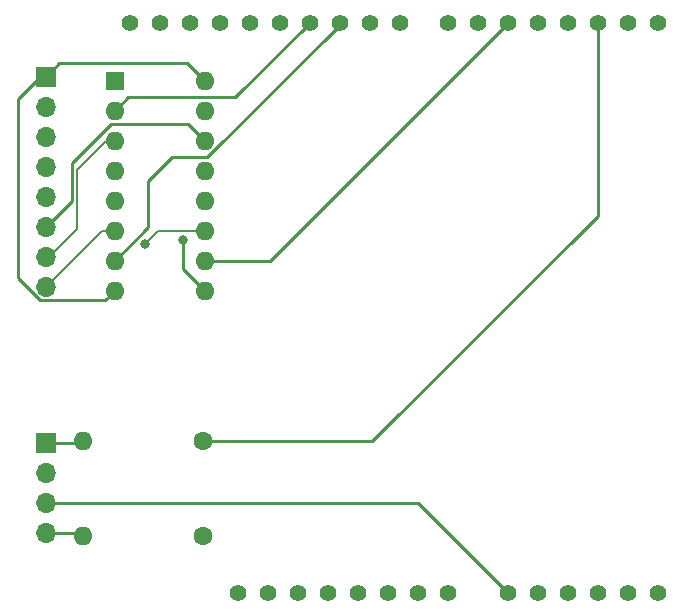
<source format=gbr>
%TF.GenerationSoftware,KiCad,Pcbnew,8.0.4*%
%TF.CreationDate,2024-11-21T12:13:07-05:00*%
%TF.ProjectId,ArduinoUnoR4Shield,41726475-696e-46f5-956e-6f5234536869,1.0*%
%TF.SameCoordinates,Original*%
%TF.FileFunction,Copper,L1,Top*%
%TF.FilePolarity,Positive*%
%FSLAX46Y46*%
G04 Gerber Fmt 4.6, Leading zero omitted, Abs format (unit mm)*
G04 Created by KiCad (PCBNEW 8.0.4) date 2024-11-21 12:13:07*
%MOMM*%
%LPD*%
G01*
G04 APERTURE LIST*
%TA.AperFunction,ComponentPad*%
%ADD10R,1.600000X1.600000*%
%TD*%
%TA.AperFunction,ComponentPad*%
%ADD11O,1.600000X1.600000*%
%TD*%
%TA.AperFunction,ComponentPad*%
%ADD12R,1.700000X1.700000*%
%TD*%
%TA.AperFunction,ComponentPad*%
%ADD13O,1.700000X1.700000*%
%TD*%
%TA.AperFunction,ComponentPad*%
%ADD14C,1.600000*%
%TD*%
%TA.AperFunction,ComponentPad*%
%ADD15C,1.422000*%
%TD*%
%TA.AperFunction,ViaPad*%
%ADD16C,0.800000*%
%TD*%
%TA.AperFunction,Conductor*%
%ADD17C,0.250000*%
%TD*%
%TA.AperFunction,Conductor*%
%ADD18C,0.200000*%
%TD*%
G04 APERTURE END LIST*
D10*
%TO.P,H-Bridge,1,EN1\u002C2*%
%TO.N,5V*%
X124200000Y-73460000D03*
D11*
%TO.P,H-Bridge,2,1A*%
%TO.N,L motor 1*%
X124200000Y-76000000D03*
%TO.P,H-Bridge,3,1Y*%
%TO.N,left motor +*%
X124200000Y-78540000D03*
%TO.P,H-Bridge,4,GND*%
%TO.N,GND*%
X124200000Y-81080000D03*
%TO.P,H-Bridge,5,GND*%
X124200000Y-83620000D03*
%TO.P,H-Bridge,6,2Y*%
%TO.N,left motor -*%
X124200000Y-86160000D03*
%TO.P,H-Bridge,7,2A*%
%TO.N,L motor 2*%
X124200000Y-88700000D03*
%TO.P,H-Bridge,8,VCC2*%
%TO.N,6V*%
X124200000Y-91240000D03*
%TO.P,H-Bridge,9,EN3\u002C4*%
%TO.N,5V*%
X131820000Y-91240000D03*
%TO.P,H-Bridge,10,3A*%
%TO.N,R motor 1*%
X131820000Y-88700000D03*
%TO.P,H-Bridge,11,3Y*%
%TO.N,right motor +*%
X131820000Y-86160000D03*
%TO.P,H-Bridge,12,GND*%
%TO.N,GND*%
X131820000Y-83620000D03*
%TO.P,H-Bridge,13,GND*%
X131820000Y-81080000D03*
%TO.P,H-Bridge,14,4Y*%
%TO.N,right motor -*%
X131820000Y-78540000D03*
%TO.P,H-Bridge,15,4A*%
%TO.N,R motor 2*%
X131820000Y-76000000D03*
%TO.P,H-Bridge,16,VCC1*%
%TO.N,6V*%
X131820000Y-73460000D03*
%TD*%
D12*
%TO.P,J1,1,Pin_1*%
%TO.N,6V*%
X118400000Y-73125000D03*
D13*
%TO.P,J1,2,Pin_2*%
%TO.N,GND*%
X118400000Y-75665000D03*
%TO.P,J1,3,Pin_3*%
%TO.N,R encoder*%
X118400000Y-78205000D03*
%TO.P,J1,4,Pin_4*%
%TO.N,L encoder*%
X118400000Y-80745000D03*
%TO.P,J1,5,Pin_5*%
%TO.N,right motor +*%
X118400000Y-83285000D03*
%TO.P,J1,6,Pin_6*%
%TO.N,right motor -*%
X118400000Y-85825000D03*
%TO.P,J1,7,Pin_7*%
%TO.N,left motor +*%
X118400000Y-88365000D03*
%TO.P,J1,8,Pin_8*%
%TO.N,left motor -*%
X118400000Y-90905000D03*
%TD*%
D14*
%TO.P,4.7 MOhms,1*%
%TO.N,GND*%
X131660000Y-112000000D03*
D11*
%TO.P,4.7 MOhms,2*%
%TO.N,Net-(J2-Pin_4)*%
X121500000Y-112000000D03*
%TD*%
D14*
%TO.P,330 Ohms,1*%
%TO.N,Net-(U7-D2)*%
X131660000Y-104000000D03*
D11*
%TO.P,330 Ohms,2*%
%TO.N,Net-(J2-Pin_1)*%
X121500000Y-104000000D03*
%TD*%
D15*
%TO.P,U7,11,D7*%
%TO.N,unconnected-(U7-D7-Pad11)*%
X152399990Y-68580010D03*
%TO.P,U7,12,~D6*%
%TO.N,R motor 2*%
X154939990Y-68580010D03*
%TO.P,U7,13,~D5*%
%TO.N,R motor 1*%
X157479990Y-68580010D03*
%TO.P,U7,14,D4*%
%TO.N,unconnected-(U7-D4-Pad14)*%
X160019990Y-68580010D03*
%TO.P,U7,15,~D3*%
%TO.N,unconnected-(U7-~D3-Pad15)*%
X162559990Y-68580010D03*
%TO.P,U7,16,D2*%
%TO.N,Net-(U7-D2)*%
X165099990Y-68580010D03*
%TO.P,U7,17,D1/TX0*%
%TO.N,unconnected-(U7-D1{slash}TX0-Pad17)*%
X167639990Y-68580010D03*
%TO.P,U7,18,D0/RX0*%
%TO.N,unconnected-(U7-D0{slash}RX0-Pad18)*%
X170179990Y-68580010D03*
%TD*%
%TO.P,U6,1,SCL*%
%TO.N,unconnected-(U6-SCL-Pad1)*%
X125476000Y-68580000D03*
%TO.P,U6,2,SDA*%
%TO.N,unconnected-(U6-SDA-Pad2)*%
X128016000Y-68580000D03*
%TO.P,U6,3,AREF*%
%TO.N,unconnected-(U6-AREF-Pad3)*%
X130556000Y-68580000D03*
%TO.P,U6,4,GND*%
%TO.N,unconnected-(U6-GND-Pad4)*%
X133096000Y-68580000D03*
%TO.P,U6,5,D13/SCK/CANRX0*%
%TO.N,R encoder*%
X135636000Y-68580000D03*
%TO.P,U6,6,D12/CIPO*%
%TO.N,L encoder*%
X138176000Y-68580000D03*
%TO.P,U6,7,~D11/COPI*%
%TO.N,L motor 1*%
X140716000Y-68580000D03*
%TO.P,U6,8,~D10/CS/CANTX0*%
%TO.N,L motor 2*%
X143256000Y-68580000D03*
%TO.P,U6,9,~D9*%
%TO.N,unconnected-(U6-~D9-Pad9)*%
X145796000Y-68580000D03*
%TO.P,U6,10,D8*%
%TO.N,unconnected-(U6-D8-Pad10)*%
X148336000Y-68580000D03*
%TD*%
%TO.P,U3,9,A0*%
%TO.N,Net-(J2-Pin_3)*%
X157480000Y-116840000D03*
%TO.P,U3,10,A1*%
%TO.N,unconnected-(U3-A1-Pad10)*%
X160020000Y-116840000D03*
%TO.P,U3,11,A2*%
%TO.N,unconnected-(U3-A2-Pad11)*%
X162560000Y-116840000D03*
%TO.P,U3,12,A3*%
%TO.N,unconnected-(U3-A3-Pad12)*%
X165100000Y-116840000D03*
%TO.P,U3,13,A4*%
%TO.N,unconnected-(U3-A4-Pad13)*%
X167640000Y-116840000D03*
%TO.P,U3,14,A5*%
%TO.N,unconnected-(U3-A5-Pad14)*%
X170180000Y-116840000D03*
%TD*%
%TO.P,U2,1,BOOT*%
%TO.N,unconnected-(U2-BOOT-Pad1)*%
X134620000Y-116840000D03*
%TO.P,U2,2,IOREF*%
%TO.N,unconnected-(U2-IOREF-Pad2)*%
X137160000Y-116840000D03*
%TO.P,U2,3,Reset*%
%TO.N,unconnected-(U2-Reset-Pad3)*%
X139700000Y-116840000D03*
%TO.P,U2,4,+3V3*%
%TO.N,unconnected-(U2-+3V3-Pad4)*%
X142240000Y-116840000D03*
%TO.P,U2,5,+5V*%
%TO.N,5V*%
X144780000Y-116840000D03*
%TO.P,U2,6,GND*%
%TO.N,unconnected-(U2-GND-Pad6)*%
X147320000Y-116840000D03*
%TO.P,U2,7,GND*%
%TO.N,GND*%
X149860000Y-116840000D03*
%TO.P,U2,8,VIN*%
%TO.N,unconnected-(U2-VIN-Pad8)*%
X152400000Y-116840000D03*
%TD*%
D12*
%TO.P,J2,1,Pin_1*%
%TO.N,Net-(J2-Pin_1)*%
X118400000Y-104150000D03*
D13*
%TO.P,J2,2,Pin_2*%
%TO.N,GND*%
X118400000Y-106690000D03*
%TO.P,J2,3,Pin_3*%
%TO.N,Net-(J2-Pin_3)*%
X118400000Y-109230000D03*
%TO.P,J2,4,Pin_4*%
%TO.N,Net-(J2-Pin_4)*%
X118400000Y-111770000D03*
%TD*%
D16*
%TO.N,5V*%
X130000000Y-87000000D03*
%TO.N,right motor +*%
X126740000Y-87260000D03*
%TD*%
D17*
%TO.N,5V*%
X130000000Y-87000000D02*
X130000000Y-89420000D01*
X130000000Y-89420000D02*
X131820000Y-91240000D01*
D18*
%TO.N,left motor -*%
X118400000Y-90905000D02*
X123145000Y-86160000D01*
X123145000Y-86160000D02*
X124200000Y-86160000D01*
%TO.N,left motor +*%
X123460000Y-78540000D02*
X124200000Y-78540000D01*
X118400000Y-88365000D02*
X118635000Y-88365000D01*
X121000000Y-86000000D02*
X121000000Y-81000000D01*
X121000000Y-81000000D02*
X123460000Y-78540000D01*
X118635000Y-88365000D02*
X121000000Y-86000000D01*
D17*
%TO.N,6V*%
X117913298Y-92080000D02*
X116000000Y-90166702D01*
X116000000Y-75000000D02*
X117875000Y-73125000D01*
X117875000Y-73125000D02*
X118400000Y-73125000D01*
X116000000Y-90166702D02*
X116000000Y-75000000D01*
X119525000Y-72000000D02*
X130360000Y-72000000D01*
X118400000Y-73125000D02*
X119525000Y-72000000D01*
X123360000Y-92080000D02*
X117913298Y-92080000D01*
X124200000Y-91240000D02*
X123360000Y-92080000D01*
X130360000Y-72000000D02*
X131820000Y-73460000D01*
%TO.N,R motor 1*%
X131820000Y-88700000D02*
X137360000Y-88700000D01*
X137360000Y-88700000D02*
X157479990Y-68580010D01*
%TO.N,L motor 2*%
X124200000Y-88700000D02*
X127000000Y-85900000D01*
X127000000Y-82000000D02*
X129045000Y-79955000D01*
X132045000Y-79955000D02*
X143256000Y-68744000D01*
X143256000Y-68744000D02*
X143256000Y-68580000D01*
X127000000Y-85900000D02*
X127000000Y-82000000D01*
X129045000Y-79955000D02*
X132045000Y-79955000D01*
%TO.N,L motor 1*%
X124200000Y-76000000D02*
X125325000Y-74875000D01*
X125325000Y-74875000D02*
X134421000Y-74875000D01*
X134421000Y-74875000D02*
X140716000Y-68580000D01*
%TO.N,Net-(U7-D2)*%
X165099990Y-68580010D02*
X165099990Y-84900010D01*
X165099990Y-84900010D02*
X146000000Y-104000000D01*
X146000000Y-104000000D02*
X131660000Y-104000000D01*
%TO.N,Net-(J2-Pin_1)*%
X118400000Y-104150000D02*
X121350000Y-104150000D01*
X121350000Y-104150000D02*
X121500000Y-104000000D01*
%TO.N,Net-(J2-Pin_3)*%
X149870000Y-109230000D02*
X157480000Y-116840000D01*
X118400000Y-109230000D02*
X149870000Y-109230000D01*
%TO.N,Net-(J2-Pin_4)*%
X121270000Y-111770000D02*
X121500000Y-112000000D01*
X118400000Y-111770000D02*
X121270000Y-111770000D01*
%TO.N,right motor -*%
X130405000Y-77125000D02*
X131820000Y-78540000D01*
X123875000Y-77125000D02*
X130405000Y-77125000D01*
X118400000Y-85825000D02*
X120575000Y-83650000D01*
X120575000Y-83650000D02*
X120575000Y-80425000D01*
X120575000Y-80425000D02*
X123875000Y-77125000D01*
D18*
%TO.N,right motor +*%
X126740000Y-87260000D02*
X127840000Y-86160000D01*
X127840000Y-86160000D02*
X131820000Y-86160000D01*
%TD*%
M02*

</source>
